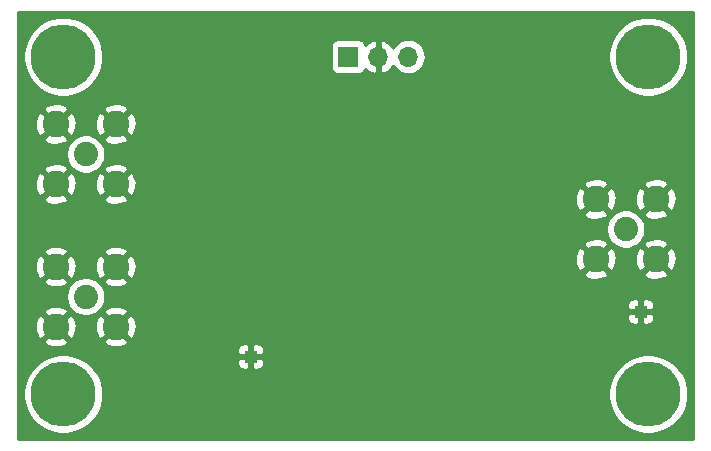
<source format=gbr>
G04 #@! TF.GenerationSoftware,KiCad,Pcbnew,(5.1.2)-2*
G04 #@! TF.CreationDate,2019-07-06T17:29:07+08:00*
G04 #@! TF.ProjectId,eval-board-ADA4817-1,6576616c-2d62-46f6-9172-642d41444134,rev?*
G04 #@! TF.SameCoordinates,Original*
G04 #@! TF.FileFunction,Copper,L2,Bot*
G04 #@! TF.FilePolarity,Positive*
%FSLAX46Y46*%
G04 Gerber Fmt 4.6, Leading zero omitted, Abs format (unit mm)*
G04 Created by KiCad (PCBNEW (5.1.2)-2) date 2019-07-06 17:29:07*
%MOMM*%
%LPD*%
G04 APERTURE LIST*
%ADD10R,1.000000X1.000000*%
%ADD11C,5.500000*%
%ADD12C,2.050000*%
%ADD13C,2.250000*%
%ADD14R,1.700000X1.700000*%
%ADD15O,1.700000X1.700000*%
%ADD16C,0.800000*%
%ADD17C,0.254000*%
G04 APERTURE END LIST*
D10*
X156210000Y-125095000D03*
X123190000Y-128905000D03*
D11*
X107315000Y-132080000D03*
X156845000Y-132080000D03*
X156845000Y-103505000D03*
X107315000Y-103505000D03*
D12*
X109220000Y-111760000D03*
D13*
X111760000Y-114300000D03*
X111760000Y-109220000D03*
X106680000Y-109220000D03*
X106680000Y-114300000D03*
D12*
X109220000Y-123825000D03*
D13*
X111760000Y-126365000D03*
X111760000Y-121285000D03*
X106680000Y-121285000D03*
X106680000Y-126365000D03*
D14*
X131445000Y-103505000D03*
D15*
X133985000Y-103505000D03*
X136525000Y-103505000D03*
D13*
X152400000Y-120650000D03*
X152400000Y-115570000D03*
X157480000Y-115570000D03*
X157480000Y-120650000D03*
D12*
X154940000Y-118110000D03*
D16*
X130175000Y-106045000D03*
X130175000Y-107950000D03*
X130175000Y-109220000D03*
X130175000Y-111760000D03*
X130175000Y-113030000D03*
X132715000Y-107315000D03*
X132715000Y-109220000D03*
X132715000Y-110490000D03*
X132715000Y-111760000D03*
X132715000Y-113665000D03*
X130175000Y-110490000D03*
X113665000Y-113665000D03*
X114935000Y-114935000D03*
X115570000Y-116205000D03*
X116840000Y-116840000D03*
X113665000Y-109855000D03*
X114935000Y-109855000D03*
X115570000Y-111125000D03*
X116840000Y-112395000D03*
X118110000Y-113665000D03*
X113665000Y-122555000D03*
X114935000Y-122555000D03*
X116205000Y-122555000D03*
X117475000Y-122555000D03*
X113665000Y-125095000D03*
X114935000Y-125095000D03*
X116205000Y-125095000D03*
X117475000Y-125095000D03*
X119380000Y-124460000D03*
X120650000Y-123825000D03*
X118745000Y-121285000D03*
X119380000Y-120650000D03*
X113665000Y-127635000D03*
X114935000Y-127635000D03*
X116205000Y-127635000D03*
X144780000Y-120650000D03*
X146050000Y-120650000D03*
X147320000Y-120650000D03*
X148590000Y-120650000D03*
X149860000Y-120650000D03*
X150177500Y-117792500D03*
X148742500Y-117957500D03*
X147472500Y-117957500D03*
X146202500Y-117957500D03*
X143510000Y-109220000D03*
X143510000Y-110490000D03*
X143510000Y-111760000D03*
X143933750Y-113453750D03*
X140970000Y-113030000D03*
X140970000Y-111760000D03*
X140970000Y-110490000D03*
X133985000Y-114935000D03*
X135255000Y-114300000D03*
X135890000Y-113665000D03*
X127635000Y-114935000D03*
X128905000Y-114935000D03*
X130175000Y-114935000D03*
X117475000Y-118745000D03*
X118745000Y-118745000D03*
X119938750Y-118821250D03*
X130810000Y-121285000D03*
X132080000Y-121285000D03*
X133350000Y-121285000D03*
X130175000Y-122555000D03*
X131445000Y-122555000D03*
X133350000Y-122555000D03*
X129540000Y-123825000D03*
X130810000Y-123825000D03*
X132080000Y-123825000D03*
X130175000Y-125730000D03*
X131445000Y-125730000D03*
X133350000Y-125730000D03*
X139065000Y-116205000D03*
X140335000Y-116205000D03*
X141605000Y-116205000D03*
X143135001Y-116579999D03*
X120015000Y-114300000D03*
X121285000Y-114300000D03*
X122555000Y-114300000D03*
X123825000Y-114300000D03*
X125730000Y-114300000D03*
X127000000Y-114300000D03*
X109220000Y-128270000D03*
X111125000Y-129540000D03*
X112395000Y-130175000D03*
X113665000Y-130175000D03*
X114935000Y-130175000D03*
X116205000Y-130175000D03*
X105410000Y-116840000D03*
X107315000Y-116840000D03*
X109220000Y-116840000D03*
X110490000Y-116840000D03*
X111760000Y-116840000D03*
X105410000Y-119380000D03*
X107315000Y-119380000D03*
X108585000Y-119380000D03*
X109855000Y-119380000D03*
X111125000Y-119380000D03*
X112395000Y-119380000D03*
X121920000Y-122555000D03*
X123190000Y-122555000D03*
X125095000Y-122555000D03*
D17*
G36*
X160630000Y-135865000D02*
G01*
X103530000Y-135865000D01*
X103530000Y-131746607D01*
X103930000Y-131746607D01*
X103930000Y-132413393D01*
X104060083Y-133067368D01*
X104315252Y-133683399D01*
X104685698Y-134237812D01*
X105157188Y-134709302D01*
X105711601Y-135079748D01*
X106327632Y-135334917D01*
X106981607Y-135465000D01*
X107648393Y-135465000D01*
X108302368Y-135334917D01*
X108918399Y-135079748D01*
X109472812Y-134709302D01*
X109944302Y-134237812D01*
X110314748Y-133683399D01*
X110569917Y-133067368D01*
X110700000Y-132413393D01*
X110700000Y-131746607D01*
X153460000Y-131746607D01*
X153460000Y-132413393D01*
X153590083Y-133067368D01*
X153845252Y-133683399D01*
X154215698Y-134237812D01*
X154687188Y-134709302D01*
X155241601Y-135079748D01*
X155857632Y-135334917D01*
X156511607Y-135465000D01*
X157178393Y-135465000D01*
X157832368Y-135334917D01*
X158448399Y-135079748D01*
X159002812Y-134709302D01*
X159474302Y-134237812D01*
X159844748Y-133683399D01*
X160099917Y-133067368D01*
X160230000Y-132413393D01*
X160230000Y-131746607D01*
X160099917Y-131092632D01*
X159844748Y-130476601D01*
X159474302Y-129922188D01*
X159002812Y-129450698D01*
X158448399Y-129080252D01*
X157832368Y-128825083D01*
X157178393Y-128695000D01*
X156511607Y-128695000D01*
X155857632Y-128825083D01*
X155241601Y-129080252D01*
X154687188Y-129450698D01*
X154215698Y-129922188D01*
X153845252Y-130476601D01*
X153590083Y-131092632D01*
X153460000Y-131746607D01*
X110700000Y-131746607D01*
X110569917Y-131092632D01*
X110314748Y-130476601D01*
X109944302Y-129922188D01*
X109472812Y-129450698D01*
X109404420Y-129405000D01*
X122051928Y-129405000D01*
X122064188Y-129529482D01*
X122100498Y-129649180D01*
X122159463Y-129759494D01*
X122238815Y-129856185D01*
X122335506Y-129935537D01*
X122445820Y-129994502D01*
X122565518Y-130030812D01*
X122690000Y-130043072D01*
X122904250Y-130040000D01*
X123063000Y-129881250D01*
X123063000Y-129032000D01*
X123317000Y-129032000D01*
X123317000Y-129881250D01*
X123475750Y-130040000D01*
X123690000Y-130043072D01*
X123814482Y-130030812D01*
X123934180Y-129994502D01*
X124044494Y-129935537D01*
X124141185Y-129856185D01*
X124220537Y-129759494D01*
X124279502Y-129649180D01*
X124315812Y-129529482D01*
X124328072Y-129405000D01*
X124325000Y-129190750D01*
X124166250Y-129032000D01*
X123317000Y-129032000D01*
X123063000Y-129032000D01*
X122213750Y-129032000D01*
X122055000Y-129190750D01*
X122051928Y-129405000D01*
X109404420Y-129405000D01*
X108918399Y-129080252D01*
X108302368Y-128825083D01*
X107648393Y-128695000D01*
X106981607Y-128695000D01*
X106327632Y-128825083D01*
X105711601Y-129080252D01*
X105157188Y-129450698D01*
X104685698Y-129922188D01*
X104315252Y-130476601D01*
X104060083Y-131092632D01*
X103930000Y-131746607D01*
X103530000Y-131746607D01*
X103530000Y-128405000D01*
X122051928Y-128405000D01*
X122055000Y-128619250D01*
X122213750Y-128778000D01*
X123063000Y-128778000D01*
X123063000Y-127928750D01*
X123317000Y-127928750D01*
X123317000Y-128778000D01*
X124166250Y-128778000D01*
X124325000Y-128619250D01*
X124328072Y-128405000D01*
X124315812Y-128280518D01*
X124279502Y-128160820D01*
X124220537Y-128050506D01*
X124141185Y-127953815D01*
X124044494Y-127874463D01*
X123934180Y-127815498D01*
X123814482Y-127779188D01*
X123690000Y-127766928D01*
X123475750Y-127770000D01*
X123317000Y-127928750D01*
X123063000Y-127928750D01*
X122904250Y-127770000D01*
X122690000Y-127766928D01*
X122565518Y-127779188D01*
X122445820Y-127815498D01*
X122335506Y-127874463D01*
X122238815Y-127953815D01*
X122159463Y-128050506D01*
X122100498Y-128160820D01*
X122064188Y-128280518D01*
X122051928Y-128405000D01*
X103530000Y-128405000D01*
X103530000Y-127589531D01*
X105635074Y-127589531D01*
X105745921Y-127866714D01*
X106056840Y-128020089D01*
X106391705Y-128109860D01*
X106737650Y-128132576D01*
X107081380Y-128087366D01*
X107409685Y-127975966D01*
X107614079Y-127866714D01*
X107724926Y-127589531D01*
X110715074Y-127589531D01*
X110825921Y-127866714D01*
X111136840Y-128020089D01*
X111471705Y-128109860D01*
X111817650Y-128132576D01*
X112161380Y-128087366D01*
X112489685Y-127975966D01*
X112694079Y-127866714D01*
X112804926Y-127589531D01*
X111760000Y-126544605D01*
X110715074Y-127589531D01*
X107724926Y-127589531D01*
X106680000Y-126544605D01*
X105635074Y-127589531D01*
X103530000Y-127589531D01*
X103530000Y-126422650D01*
X104912424Y-126422650D01*
X104957634Y-126766380D01*
X105069034Y-127094685D01*
X105178286Y-127299079D01*
X105455469Y-127409926D01*
X106500395Y-126365000D01*
X106859605Y-126365000D01*
X107904531Y-127409926D01*
X108181714Y-127299079D01*
X108335089Y-126988160D01*
X108424860Y-126653295D01*
X108440004Y-126422650D01*
X109992424Y-126422650D01*
X110037634Y-126766380D01*
X110149034Y-127094685D01*
X110258286Y-127299079D01*
X110535469Y-127409926D01*
X111580395Y-126365000D01*
X111939605Y-126365000D01*
X112984531Y-127409926D01*
X113261714Y-127299079D01*
X113415089Y-126988160D01*
X113504860Y-126653295D01*
X113527576Y-126307350D01*
X113482366Y-125963620D01*
X113370966Y-125635315D01*
X113349417Y-125595000D01*
X155071928Y-125595000D01*
X155084188Y-125719482D01*
X155120498Y-125839180D01*
X155179463Y-125949494D01*
X155258815Y-126046185D01*
X155355506Y-126125537D01*
X155465820Y-126184502D01*
X155585518Y-126220812D01*
X155710000Y-126233072D01*
X155924250Y-126230000D01*
X156083000Y-126071250D01*
X156083000Y-125222000D01*
X156337000Y-125222000D01*
X156337000Y-126071250D01*
X156495750Y-126230000D01*
X156710000Y-126233072D01*
X156834482Y-126220812D01*
X156954180Y-126184502D01*
X157064494Y-126125537D01*
X157161185Y-126046185D01*
X157240537Y-125949494D01*
X157299502Y-125839180D01*
X157335812Y-125719482D01*
X157348072Y-125595000D01*
X157345000Y-125380750D01*
X157186250Y-125222000D01*
X156337000Y-125222000D01*
X156083000Y-125222000D01*
X155233750Y-125222000D01*
X155075000Y-125380750D01*
X155071928Y-125595000D01*
X113349417Y-125595000D01*
X113261714Y-125430921D01*
X112984531Y-125320074D01*
X111939605Y-126365000D01*
X111580395Y-126365000D01*
X110535469Y-125320074D01*
X110258286Y-125430921D01*
X110104911Y-125741840D01*
X110015140Y-126076705D01*
X109992424Y-126422650D01*
X108440004Y-126422650D01*
X108447576Y-126307350D01*
X108402366Y-125963620D01*
X108290966Y-125635315D01*
X108181714Y-125430921D01*
X107904531Y-125320074D01*
X106859605Y-126365000D01*
X106500395Y-126365000D01*
X105455469Y-125320074D01*
X105178286Y-125430921D01*
X105024911Y-125741840D01*
X104935140Y-126076705D01*
X104912424Y-126422650D01*
X103530000Y-126422650D01*
X103530000Y-125140469D01*
X105635074Y-125140469D01*
X106680000Y-126185395D01*
X107724926Y-125140469D01*
X107614079Y-124863286D01*
X107303160Y-124709911D01*
X106968295Y-124620140D01*
X106622350Y-124597424D01*
X106278620Y-124642634D01*
X105950315Y-124754034D01*
X105745921Y-124863286D01*
X105635074Y-125140469D01*
X103530000Y-125140469D01*
X103530000Y-123661504D01*
X107560000Y-123661504D01*
X107560000Y-123988496D01*
X107623793Y-124309204D01*
X107748927Y-124611305D01*
X107930594Y-124883188D01*
X108161812Y-125114406D01*
X108433695Y-125296073D01*
X108735796Y-125421207D01*
X109056504Y-125485000D01*
X109383496Y-125485000D01*
X109704204Y-125421207D01*
X110006305Y-125296073D01*
X110239182Y-125140469D01*
X110715074Y-125140469D01*
X111760000Y-126185395D01*
X112804926Y-125140469D01*
X112694079Y-124863286D01*
X112383160Y-124709911D01*
X112048295Y-124620140D01*
X111702350Y-124597424D01*
X111358620Y-124642634D01*
X111030315Y-124754034D01*
X110825921Y-124863286D01*
X110715074Y-125140469D01*
X110239182Y-125140469D01*
X110278188Y-125114406D01*
X110509406Y-124883188D01*
X110691073Y-124611305D01*
X110697826Y-124595000D01*
X155071928Y-124595000D01*
X155075000Y-124809250D01*
X155233750Y-124968000D01*
X156083000Y-124968000D01*
X156083000Y-124118750D01*
X156337000Y-124118750D01*
X156337000Y-124968000D01*
X157186250Y-124968000D01*
X157345000Y-124809250D01*
X157348072Y-124595000D01*
X157335812Y-124470518D01*
X157299502Y-124350820D01*
X157240537Y-124240506D01*
X157161185Y-124143815D01*
X157064494Y-124064463D01*
X156954180Y-124005498D01*
X156834482Y-123969188D01*
X156710000Y-123956928D01*
X156495750Y-123960000D01*
X156337000Y-124118750D01*
X156083000Y-124118750D01*
X155924250Y-123960000D01*
X155710000Y-123956928D01*
X155585518Y-123969188D01*
X155465820Y-124005498D01*
X155355506Y-124064463D01*
X155258815Y-124143815D01*
X155179463Y-124240506D01*
X155120498Y-124350820D01*
X155084188Y-124470518D01*
X155071928Y-124595000D01*
X110697826Y-124595000D01*
X110816207Y-124309204D01*
X110880000Y-123988496D01*
X110880000Y-123661504D01*
X110816207Y-123340796D01*
X110691073Y-123038695D01*
X110509406Y-122766812D01*
X110278188Y-122535594D01*
X110239183Y-122509531D01*
X110715074Y-122509531D01*
X110825921Y-122786714D01*
X111136840Y-122940089D01*
X111471705Y-123029860D01*
X111817650Y-123052576D01*
X112161380Y-123007366D01*
X112489685Y-122895966D01*
X112694079Y-122786714D01*
X112804926Y-122509531D01*
X111760000Y-121464605D01*
X110715074Y-122509531D01*
X110239183Y-122509531D01*
X110006305Y-122353927D01*
X109704204Y-122228793D01*
X109383496Y-122165000D01*
X109056504Y-122165000D01*
X108735796Y-122228793D01*
X108433695Y-122353927D01*
X108161812Y-122535594D01*
X107930594Y-122766812D01*
X107748927Y-123038695D01*
X107623793Y-123340796D01*
X107560000Y-123661504D01*
X103530000Y-123661504D01*
X103530000Y-122509531D01*
X105635074Y-122509531D01*
X105745921Y-122786714D01*
X106056840Y-122940089D01*
X106391705Y-123029860D01*
X106737650Y-123052576D01*
X107081380Y-123007366D01*
X107409685Y-122895966D01*
X107614079Y-122786714D01*
X107724926Y-122509531D01*
X106680000Y-121464605D01*
X105635074Y-122509531D01*
X103530000Y-122509531D01*
X103530000Y-121342650D01*
X104912424Y-121342650D01*
X104957634Y-121686380D01*
X105069034Y-122014685D01*
X105178286Y-122219079D01*
X105455469Y-122329926D01*
X106500395Y-121285000D01*
X106859605Y-121285000D01*
X107904531Y-122329926D01*
X108181714Y-122219079D01*
X108335089Y-121908160D01*
X108424860Y-121573295D01*
X108440004Y-121342650D01*
X109992424Y-121342650D01*
X110037634Y-121686380D01*
X110149034Y-122014685D01*
X110258286Y-122219079D01*
X110535469Y-122329926D01*
X111580395Y-121285000D01*
X111939605Y-121285000D01*
X112984531Y-122329926D01*
X113261714Y-122219079D01*
X113415089Y-121908160D01*
X113424104Y-121874531D01*
X151355074Y-121874531D01*
X151465921Y-122151714D01*
X151776840Y-122305089D01*
X152111705Y-122394860D01*
X152457650Y-122417576D01*
X152801380Y-122372366D01*
X153129685Y-122260966D01*
X153334079Y-122151714D01*
X153444926Y-121874531D01*
X156435074Y-121874531D01*
X156545921Y-122151714D01*
X156856840Y-122305089D01*
X157191705Y-122394860D01*
X157537650Y-122417576D01*
X157881380Y-122372366D01*
X158209685Y-122260966D01*
X158414079Y-122151714D01*
X158524926Y-121874531D01*
X157480000Y-120829605D01*
X156435074Y-121874531D01*
X153444926Y-121874531D01*
X152400000Y-120829605D01*
X151355074Y-121874531D01*
X113424104Y-121874531D01*
X113504860Y-121573295D01*
X113527576Y-121227350D01*
X113482366Y-120883620D01*
X113422657Y-120707650D01*
X150632424Y-120707650D01*
X150677634Y-121051380D01*
X150789034Y-121379685D01*
X150898286Y-121584079D01*
X151175469Y-121694926D01*
X152220395Y-120650000D01*
X152579605Y-120650000D01*
X153624531Y-121694926D01*
X153901714Y-121584079D01*
X154055089Y-121273160D01*
X154144860Y-120938295D01*
X154160004Y-120707650D01*
X155712424Y-120707650D01*
X155757634Y-121051380D01*
X155869034Y-121379685D01*
X155978286Y-121584079D01*
X156255469Y-121694926D01*
X157300395Y-120650000D01*
X157659605Y-120650000D01*
X158704531Y-121694926D01*
X158981714Y-121584079D01*
X159135089Y-121273160D01*
X159224860Y-120938295D01*
X159247576Y-120592350D01*
X159202366Y-120248620D01*
X159090966Y-119920315D01*
X158981714Y-119715921D01*
X158704531Y-119605074D01*
X157659605Y-120650000D01*
X157300395Y-120650000D01*
X156255469Y-119605074D01*
X155978286Y-119715921D01*
X155824911Y-120026840D01*
X155735140Y-120361705D01*
X155712424Y-120707650D01*
X154160004Y-120707650D01*
X154167576Y-120592350D01*
X154122366Y-120248620D01*
X154010966Y-119920315D01*
X153901714Y-119715921D01*
X153624531Y-119605074D01*
X152579605Y-120650000D01*
X152220395Y-120650000D01*
X151175469Y-119605074D01*
X150898286Y-119715921D01*
X150744911Y-120026840D01*
X150655140Y-120361705D01*
X150632424Y-120707650D01*
X113422657Y-120707650D01*
X113370966Y-120555315D01*
X113261714Y-120350921D01*
X112984531Y-120240074D01*
X111939605Y-121285000D01*
X111580395Y-121285000D01*
X110535469Y-120240074D01*
X110258286Y-120350921D01*
X110104911Y-120661840D01*
X110015140Y-120996705D01*
X109992424Y-121342650D01*
X108440004Y-121342650D01*
X108447576Y-121227350D01*
X108402366Y-120883620D01*
X108290966Y-120555315D01*
X108181714Y-120350921D01*
X107904531Y-120240074D01*
X106859605Y-121285000D01*
X106500395Y-121285000D01*
X105455469Y-120240074D01*
X105178286Y-120350921D01*
X105024911Y-120661840D01*
X104935140Y-120996705D01*
X104912424Y-121342650D01*
X103530000Y-121342650D01*
X103530000Y-120060469D01*
X105635074Y-120060469D01*
X106680000Y-121105395D01*
X107724926Y-120060469D01*
X110715074Y-120060469D01*
X111760000Y-121105395D01*
X112804926Y-120060469D01*
X112694079Y-119783286D01*
X112383160Y-119629911D01*
X112048295Y-119540140D01*
X111702350Y-119517424D01*
X111358620Y-119562634D01*
X111030315Y-119674034D01*
X110825921Y-119783286D01*
X110715074Y-120060469D01*
X107724926Y-120060469D01*
X107614079Y-119783286D01*
X107303160Y-119629911D01*
X106968295Y-119540140D01*
X106622350Y-119517424D01*
X106278620Y-119562634D01*
X105950315Y-119674034D01*
X105745921Y-119783286D01*
X105635074Y-120060469D01*
X103530000Y-120060469D01*
X103530000Y-119425469D01*
X151355074Y-119425469D01*
X152400000Y-120470395D01*
X153444926Y-119425469D01*
X153334079Y-119148286D01*
X153023160Y-118994911D01*
X152688295Y-118905140D01*
X152342350Y-118882424D01*
X151998620Y-118927634D01*
X151670315Y-119039034D01*
X151465921Y-119148286D01*
X151355074Y-119425469D01*
X103530000Y-119425469D01*
X103530000Y-117946504D01*
X153280000Y-117946504D01*
X153280000Y-118273496D01*
X153343793Y-118594204D01*
X153468927Y-118896305D01*
X153650594Y-119168188D01*
X153881812Y-119399406D01*
X154153695Y-119581073D01*
X154455796Y-119706207D01*
X154776504Y-119770000D01*
X155103496Y-119770000D01*
X155424204Y-119706207D01*
X155726305Y-119581073D01*
X155959182Y-119425469D01*
X156435074Y-119425469D01*
X157480000Y-120470395D01*
X158524926Y-119425469D01*
X158414079Y-119148286D01*
X158103160Y-118994911D01*
X157768295Y-118905140D01*
X157422350Y-118882424D01*
X157078620Y-118927634D01*
X156750315Y-119039034D01*
X156545921Y-119148286D01*
X156435074Y-119425469D01*
X155959182Y-119425469D01*
X155998188Y-119399406D01*
X156229406Y-119168188D01*
X156411073Y-118896305D01*
X156536207Y-118594204D01*
X156600000Y-118273496D01*
X156600000Y-117946504D01*
X156536207Y-117625796D01*
X156411073Y-117323695D01*
X156229406Y-117051812D01*
X155998188Y-116820594D01*
X155959183Y-116794531D01*
X156435074Y-116794531D01*
X156545921Y-117071714D01*
X156856840Y-117225089D01*
X157191705Y-117314860D01*
X157537650Y-117337576D01*
X157881380Y-117292366D01*
X158209685Y-117180966D01*
X158414079Y-117071714D01*
X158524926Y-116794531D01*
X157480000Y-115749605D01*
X156435074Y-116794531D01*
X155959183Y-116794531D01*
X155726305Y-116638927D01*
X155424204Y-116513793D01*
X155103496Y-116450000D01*
X154776504Y-116450000D01*
X154455796Y-116513793D01*
X154153695Y-116638927D01*
X153881812Y-116820594D01*
X153650594Y-117051812D01*
X153468927Y-117323695D01*
X153343793Y-117625796D01*
X153280000Y-117946504D01*
X103530000Y-117946504D01*
X103530000Y-116794531D01*
X151355074Y-116794531D01*
X151465921Y-117071714D01*
X151776840Y-117225089D01*
X152111705Y-117314860D01*
X152457650Y-117337576D01*
X152801380Y-117292366D01*
X153129685Y-117180966D01*
X153334079Y-117071714D01*
X153444926Y-116794531D01*
X152400000Y-115749605D01*
X151355074Y-116794531D01*
X103530000Y-116794531D01*
X103530000Y-115524531D01*
X105635074Y-115524531D01*
X105745921Y-115801714D01*
X106056840Y-115955089D01*
X106391705Y-116044860D01*
X106737650Y-116067576D01*
X107081380Y-116022366D01*
X107409685Y-115910966D01*
X107614079Y-115801714D01*
X107724926Y-115524531D01*
X110715074Y-115524531D01*
X110825921Y-115801714D01*
X111136840Y-115955089D01*
X111471705Y-116044860D01*
X111817650Y-116067576D01*
X112161380Y-116022366D01*
X112489685Y-115910966D01*
X112694079Y-115801714D01*
X112763688Y-115627650D01*
X150632424Y-115627650D01*
X150677634Y-115971380D01*
X150789034Y-116299685D01*
X150898286Y-116504079D01*
X151175469Y-116614926D01*
X152220395Y-115570000D01*
X152579605Y-115570000D01*
X153624531Y-116614926D01*
X153901714Y-116504079D01*
X154055089Y-116193160D01*
X154144860Y-115858295D01*
X154160004Y-115627650D01*
X155712424Y-115627650D01*
X155757634Y-115971380D01*
X155869034Y-116299685D01*
X155978286Y-116504079D01*
X156255469Y-116614926D01*
X157300395Y-115570000D01*
X157659605Y-115570000D01*
X158704531Y-116614926D01*
X158981714Y-116504079D01*
X159135089Y-116193160D01*
X159224860Y-115858295D01*
X159247576Y-115512350D01*
X159202366Y-115168620D01*
X159090966Y-114840315D01*
X158981714Y-114635921D01*
X158704531Y-114525074D01*
X157659605Y-115570000D01*
X157300395Y-115570000D01*
X156255469Y-114525074D01*
X155978286Y-114635921D01*
X155824911Y-114946840D01*
X155735140Y-115281705D01*
X155712424Y-115627650D01*
X154160004Y-115627650D01*
X154167576Y-115512350D01*
X154122366Y-115168620D01*
X154010966Y-114840315D01*
X153901714Y-114635921D01*
X153624531Y-114525074D01*
X152579605Y-115570000D01*
X152220395Y-115570000D01*
X151175469Y-114525074D01*
X150898286Y-114635921D01*
X150744911Y-114946840D01*
X150655140Y-115281705D01*
X150632424Y-115627650D01*
X112763688Y-115627650D01*
X112804926Y-115524531D01*
X111760000Y-114479605D01*
X110715074Y-115524531D01*
X107724926Y-115524531D01*
X106680000Y-114479605D01*
X105635074Y-115524531D01*
X103530000Y-115524531D01*
X103530000Y-114357650D01*
X104912424Y-114357650D01*
X104957634Y-114701380D01*
X105069034Y-115029685D01*
X105178286Y-115234079D01*
X105455469Y-115344926D01*
X106500395Y-114300000D01*
X106859605Y-114300000D01*
X107904531Y-115344926D01*
X108181714Y-115234079D01*
X108335089Y-114923160D01*
X108424860Y-114588295D01*
X108440004Y-114357650D01*
X109992424Y-114357650D01*
X110037634Y-114701380D01*
X110149034Y-115029685D01*
X110258286Y-115234079D01*
X110535469Y-115344926D01*
X111580395Y-114300000D01*
X111939605Y-114300000D01*
X112984531Y-115344926D01*
X113261714Y-115234079D01*
X113415089Y-114923160D01*
X113504860Y-114588295D01*
X113520804Y-114345469D01*
X151355074Y-114345469D01*
X152400000Y-115390395D01*
X153444926Y-114345469D01*
X156435074Y-114345469D01*
X157480000Y-115390395D01*
X158524926Y-114345469D01*
X158414079Y-114068286D01*
X158103160Y-113914911D01*
X157768295Y-113825140D01*
X157422350Y-113802424D01*
X157078620Y-113847634D01*
X156750315Y-113959034D01*
X156545921Y-114068286D01*
X156435074Y-114345469D01*
X153444926Y-114345469D01*
X153334079Y-114068286D01*
X153023160Y-113914911D01*
X152688295Y-113825140D01*
X152342350Y-113802424D01*
X151998620Y-113847634D01*
X151670315Y-113959034D01*
X151465921Y-114068286D01*
X151355074Y-114345469D01*
X113520804Y-114345469D01*
X113527576Y-114242350D01*
X113482366Y-113898620D01*
X113370966Y-113570315D01*
X113261714Y-113365921D01*
X112984531Y-113255074D01*
X111939605Y-114300000D01*
X111580395Y-114300000D01*
X110535469Y-113255074D01*
X110258286Y-113365921D01*
X110104911Y-113676840D01*
X110015140Y-114011705D01*
X109992424Y-114357650D01*
X108440004Y-114357650D01*
X108447576Y-114242350D01*
X108402366Y-113898620D01*
X108290966Y-113570315D01*
X108181714Y-113365921D01*
X107904531Y-113255074D01*
X106859605Y-114300000D01*
X106500395Y-114300000D01*
X105455469Y-113255074D01*
X105178286Y-113365921D01*
X105024911Y-113676840D01*
X104935140Y-114011705D01*
X104912424Y-114357650D01*
X103530000Y-114357650D01*
X103530000Y-113075469D01*
X105635074Y-113075469D01*
X106680000Y-114120395D01*
X107724926Y-113075469D01*
X107614079Y-112798286D01*
X107303160Y-112644911D01*
X106968295Y-112555140D01*
X106622350Y-112532424D01*
X106278620Y-112577634D01*
X105950315Y-112689034D01*
X105745921Y-112798286D01*
X105635074Y-113075469D01*
X103530000Y-113075469D01*
X103530000Y-111596504D01*
X107560000Y-111596504D01*
X107560000Y-111923496D01*
X107623793Y-112244204D01*
X107748927Y-112546305D01*
X107930594Y-112818188D01*
X108161812Y-113049406D01*
X108433695Y-113231073D01*
X108735796Y-113356207D01*
X109056504Y-113420000D01*
X109383496Y-113420000D01*
X109704204Y-113356207D01*
X110006305Y-113231073D01*
X110239182Y-113075469D01*
X110715074Y-113075469D01*
X111760000Y-114120395D01*
X112804926Y-113075469D01*
X112694079Y-112798286D01*
X112383160Y-112644911D01*
X112048295Y-112555140D01*
X111702350Y-112532424D01*
X111358620Y-112577634D01*
X111030315Y-112689034D01*
X110825921Y-112798286D01*
X110715074Y-113075469D01*
X110239182Y-113075469D01*
X110278188Y-113049406D01*
X110509406Y-112818188D01*
X110691073Y-112546305D01*
X110816207Y-112244204D01*
X110880000Y-111923496D01*
X110880000Y-111596504D01*
X110816207Y-111275796D01*
X110691073Y-110973695D01*
X110509406Y-110701812D01*
X110278188Y-110470594D01*
X110239183Y-110444531D01*
X110715074Y-110444531D01*
X110825921Y-110721714D01*
X111136840Y-110875089D01*
X111471705Y-110964860D01*
X111817650Y-110987576D01*
X112161380Y-110942366D01*
X112489685Y-110830966D01*
X112694079Y-110721714D01*
X112804926Y-110444531D01*
X111760000Y-109399605D01*
X110715074Y-110444531D01*
X110239183Y-110444531D01*
X110006305Y-110288927D01*
X109704204Y-110163793D01*
X109383496Y-110100000D01*
X109056504Y-110100000D01*
X108735796Y-110163793D01*
X108433695Y-110288927D01*
X108161812Y-110470594D01*
X107930594Y-110701812D01*
X107748927Y-110973695D01*
X107623793Y-111275796D01*
X107560000Y-111596504D01*
X103530000Y-111596504D01*
X103530000Y-110444531D01*
X105635074Y-110444531D01*
X105745921Y-110721714D01*
X106056840Y-110875089D01*
X106391705Y-110964860D01*
X106737650Y-110987576D01*
X107081380Y-110942366D01*
X107409685Y-110830966D01*
X107614079Y-110721714D01*
X107724926Y-110444531D01*
X106680000Y-109399605D01*
X105635074Y-110444531D01*
X103530000Y-110444531D01*
X103530000Y-109277650D01*
X104912424Y-109277650D01*
X104957634Y-109621380D01*
X105069034Y-109949685D01*
X105178286Y-110154079D01*
X105455469Y-110264926D01*
X106500395Y-109220000D01*
X106859605Y-109220000D01*
X107904531Y-110264926D01*
X108181714Y-110154079D01*
X108335089Y-109843160D01*
X108424860Y-109508295D01*
X108440004Y-109277650D01*
X109992424Y-109277650D01*
X110037634Y-109621380D01*
X110149034Y-109949685D01*
X110258286Y-110154079D01*
X110535469Y-110264926D01*
X111580395Y-109220000D01*
X111939605Y-109220000D01*
X112984531Y-110264926D01*
X113261714Y-110154079D01*
X113415089Y-109843160D01*
X113504860Y-109508295D01*
X113527576Y-109162350D01*
X113482366Y-108818620D01*
X113370966Y-108490315D01*
X113261714Y-108285921D01*
X112984531Y-108175074D01*
X111939605Y-109220000D01*
X111580395Y-109220000D01*
X110535469Y-108175074D01*
X110258286Y-108285921D01*
X110104911Y-108596840D01*
X110015140Y-108931705D01*
X109992424Y-109277650D01*
X108440004Y-109277650D01*
X108447576Y-109162350D01*
X108402366Y-108818620D01*
X108290966Y-108490315D01*
X108181714Y-108285921D01*
X107904531Y-108175074D01*
X106859605Y-109220000D01*
X106500395Y-109220000D01*
X105455469Y-108175074D01*
X105178286Y-108285921D01*
X105024911Y-108596840D01*
X104935140Y-108931705D01*
X104912424Y-109277650D01*
X103530000Y-109277650D01*
X103530000Y-107995469D01*
X105635074Y-107995469D01*
X106680000Y-109040395D01*
X107724926Y-107995469D01*
X110715074Y-107995469D01*
X111760000Y-109040395D01*
X112804926Y-107995469D01*
X112694079Y-107718286D01*
X112383160Y-107564911D01*
X112048295Y-107475140D01*
X111702350Y-107452424D01*
X111358620Y-107497634D01*
X111030315Y-107609034D01*
X110825921Y-107718286D01*
X110715074Y-107995469D01*
X107724926Y-107995469D01*
X107614079Y-107718286D01*
X107303160Y-107564911D01*
X106968295Y-107475140D01*
X106622350Y-107452424D01*
X106278620Y-107497634D01*
X105950315Y-107609034D01*
X105745921Y-107718286D01*
X105635074Y-107995469D01*
X103530000Y-107995469D01*
X103530000Y-103171607D01*
X103930000Y-103171607D01*
X103930000Y-103838393D01*
X104060083Y-104492368D01*
X104315252Y-105108399D01*
X104685698Y-105662812D01*
X105157188Y-106134302D01*
X105711601Y-106504748D01*
X106327632Y-106759917D01*
X106981607Y-106890000D01*
X107648393Y-106890000D01*
X108302368Y-106759917D01*
X108918399Y-106504748D01*
X109472812Y-106134302D01*
X109944302Y-105662812D01*
X110314748Y-105108399D01*
X110569917Y-104492368D01*
X110700000Y-103838393D01*
X110700000Y-103171607D01*
X110597242Y-102655000D01*
X129956928Y-102655000D01*
X129956928Y-104355000D01*
X129969188Y-104479482D01*
X130005498Y-104599180D01*
X130064463Y-104709494D01*
X130143815Y-104806185D01*
X130240506Y-104885537D01*
X130350820Y-104944502D01*
X130470518Y-104980812D01*
X130595000Y-104993072D01*
X132295000Y-104993072D01*
X132419482Y-104980812D01*
X132539180Y-104944502D01*
X132649494Y-104885537D01*
X132746185Y-104806185D01*
X132825537Y-104709494D01*
X132884502Y-104599180D01*
X132908966Y-104518534D01*
X132984731Y-104602588D01*
X133218080Y-104776641D01*
X133480901Y-104901825D01*
X133628110Y-104946476D01*
X133858000Y-104825155D01*
X133858000Y-103632000D01*
X133838000Y-103632000D01*
X133838000Y-103378000D01*
X133858000Y-103378000D01*
X133858000Y-102184845D01*
X134112000Y-102184845D01*
X134112000Y-103378000D01*
X134132000Y-103378000D01*
X134132000Y-103632000D01*
X134112000Y-103632000D01*
X134112000Y-104825155D01*
X134341890Y-104946476D01*
X134489099Y-104901825D01*
X134751920Y-104776641D01*
X134985269Y-104602588D01*
X135180178Y-104386355D01*
X135249799Y-104269477D01*
X135284294Y-104334014D01*
X135469866Y-104560134D01*
X135695986Y-104745706D01*
X135953966Y-104883599D01*
X136233889Y-104968513D01*
X136452050Y-104990000D01*
X136597950Y-104990000D01*
X136816111Y-104968513D01*
X137096034Y-104883599D01*
X137354014Y-104745706D01*
X137580134Y-104560134D01*
X137765706Y-104334014D01*
X137903599Y-104076034D01*
X137988513Y-103796111D01*
X138017185Y-103505000D01*
X137988513Y-103213889D01*
X137975687Y-103171607D01*
X153460000Y-103171607D01*
X153460000Y-103838393D01*
X153590083Y-104492368D01*
X153845252Y-105108399D01*
X154215698Y-105662812D01*
X154687188Y-106134302D01*
X155241601Y-106504748D01*
X155857632Y-106759917D01*
X156511607Y-106890000D01*
X157178393Y-106890000D01*
X157832368Y-106759917D01*
X158448399Y-106504748D01*
X159002812Y-106134302D01*
X159474302Y-105662812D01*
X159844748Y-105108399D01*
X160099917Y-104492368D01*
X160230000Y-103838393D01*
X160230000Y-103171607D01*
X160099917Y-102517632D01*
X159844748Y-101901601D01*
X159474302Y-101347188D01*
X159002812Y-100875698D01*
X158448399Y-100505252D01*
X157832368Y-100250083D01*
X157178393Y-100120000D01*
X156511607Y-100120000D01*
X155857632Y-100250083D01*
X155241601Y-100505252D01*
X154687188Y-100875698D01*
X154215698Y-101347188D01*
X153845252Y-101901601D01*
X153590083Y-102517632D01*
X153460000Y-103171607D01*
X137975687Y-103171607D01*
X137903599Y-102933966D01*
X137765706Y-102675986D01*
X137580134Y-102449866D01*
X137354014Y-102264294D01*
X137096034Y-102126401D01*
X136816111Y-102041487D01*
X136597950Y-102020000D01*
X136452050Y-102020000D01*
X136233889Y-102041487D01*
X135953966Y-102126401D01*
X135695986Y-102264294D01*
X135469866Y-102449866D01*
X135284294Y-102675986D01*
X135249799Y-102740523D01*
X135180178Y-102623645D01*
X134985269Y-102407412D01*
X134751920Y-102233359D01*
X134489099Y-102108175D01*
X134341890Y-102063524D01*
X134112000Y-102184845D01*
X133858000Y-102184845D01*
X133628110Y-102063524D01*
X133480901Y-102108175D01*
X133218080Y-102233359D01*
X132984731Y-102407412D01*
X132908966Y-102491466D01*
X132884502Y-102410820D01*
X132825537Y-102300506D01*
X132746185Y-102203815D01*
X132649494Y-102124463D01*
X132539180Y-102065498D01*
X132419482Y-102029188D01*
X132295000Y-102016928D01*
X130595000Y-102016928D01*
X130470518Y-102029188D01*
X130350820Y-102065498D01*
X130240506Y-102124463D01*
X130143815Y-102203815D01*
X130064463Y-102300506D01*
X130005498Y-102410820D01*
X129969188Y-102530518D01*
X129956928Y-102655000D01*
X110597242Y-102655000D01*
X110569917Y-102517632D01*
X110314748Y-101901601D01*
X109944302Y-101347188D01*
X109472812Y-100875698D01*
X108918399Y-100505252D01*
X108302368Y-100250083D01*
X107648393Y-100120000D01*
X106981607Y-100120000D01*
X106327632Y-100250083D01*
X105711601Y-100505252D01*
X105157188Y-100875698D01*
X104685698Y-101347188D01*
X104315252Y-101901601D01*
X104060083Y-102517632D01*
X103930000Y-103171607D01*
X103530000Y-103171607D01*
X103530000Y-99720000D01*
X160630001Y-99720000D01*
X160630000Y-135865000D01*
X160630000Y-135865000D01*
G37*
X160630000Y-135865000D02*
X103530000Y-135865000D01*
X103530000Y-131746607D01*
X103930000Y-131746607D01*
X103930000Y-132413393D01*
X104060083Y-133067368D01*
X104315252Y-133683399D01*
X104685698Y-134237812D01*
X105157188Y-134709302D01*
X105711601Y-135079748D01*
X106327632Y-135334917D01*
X106981607Y-135465000D01*
X107648393Y-135465000D01*
X108302368Y-135334917D01*
X108918399Y-135079748D01*
X109472812Y-134709302D01*
X109944302Y-134237812D01*
X110314748Y-133683399D01*
X110569917Y-133067368D01*
X110700000Y-132413393D01*
X110700000Y-131746607D01*
X153460000Y-131746607D01*
X153460000Y-132413393D01*
X153590083Y-133067368D01*
X153845252Y-133683399D01*
X154215698Y-134237812D01*
X154687188Y-134709302D01*
X155241601Y-135079748D01*
X155857632Y-135334917D01*
X156511607Y-135465000D01*
X157178393Y-135465000D01*
X157832368Y-135334917D01*
X158448399Y-135079748D01*
X159002812Y-134709302D01*
X159474302Y-134237812D01*
X159844748Y-133683399D01*
X160099917Y-133067368D01*
X160230000Y-132413393D01*
X160230000Y-131746607D01*
X160099917Y-131092632D01*
X159844748Y-130476601D01*
X159474302Y-129922188D01*
X159002812Y-129450698D01*
X158448399Y-129080252D01*
X157832368Y-128825083D01*
X157178393Y-128695000D01*
X156511607Y-128695000D01*
X155857632Y-128825083D01*
X155241601Y-129080252D01*
X154687188Y-129450698D01*
X154215698Y-129922188D01*
X153845252Y-130476601D01*
X153590083Y-131092632D01*
X153460000Y-131746607D01*
X110700000Y-131746607D01*
X110569917Y-131092632D01*
X110314748Y-130476601D01*
X109944302Y-129922188D01*
X109472812Y-129450698D01*
X109404420Y-129405000D01*
X122051928Y-129405000D01*
X122064188Y-129529482D01*
X122100498Y-129649180D01*
X122159463Y-129759494D01*
X122238815Y-129856185D01*
X122335506Y-129935537D01*
X122445820Y-129994502D01*
X122565518Y-130030812D01*
X122690000Y-130043072D01*
X122904250Y-130040000D01*
X123063000Y-129881250D01*
X123063000Y-129032000D01*
X123317000Y-129032000D01*
X123317000Y-129881250D01*
X123475750Y-130040000D01*
X123690000Y-130043072D01*
X123814482Y-130030812D01*
X123934180Y-129994502D01*
X124044494Y-129935537D01*
X124141185Y-129856185D01*
X124220537Y-129759494D01*
X124279502Y-129649180D01*
X124315812Y-129529482D01*
X124328072Y-129405000D01*
X124325000Y-129190750D01*
X124166250Y-129032000D01*
X123317000Y-129032000D01*
X123063000Y-129032000D01*
X122213750Y-129032000D01*
X122055000Y-129190750D01*
X122051928Y-129405000D01*
X109404420Y-129405000D01*
X108918399Y-129080252D01*
X108302368Y-128825083D01*
X107648393Y-128695000D01*
X106981607Y-128695000D01*
X106327632Y-128825083D01*
X105711601Y-129080252D01*
X105157188Y-129450698D01*
X104685698Y-129922188D01*
X104315252Y-130476601D01*
X104060083Y-131092632D01*
X103930000Y-131746607D01*
X103530000Y-131746607D01*
X103530000Y-128405000D01*
X122051928Y-128405000D01*
X122055000Y-128619250D01*
X122213750Y-128778000D01*
X123063000Y-128778000D01*
X123063000Y-127928750D01*
X123317000Y-127928750D01*
X123317000Y-128778000D01*
X124166250Y-128778000D01*
X124325000Y-128619250D01*
X124328072Y-128405000D01*
X124315812Y-128280518D01*
X124279502Y-128160820D01*
X124220537Y-128050506D01*
X124141185Y-127953815D01*
X124044494Y-127874463D01*
X123934180Y-127815498D01*
X123814482Y-127779188D01*
X123690000Y-127766928D01*
X123475750Y-127770000D01*
X123317000Y-127928750D01*
X123063000Y-127928750D01*
X122904250Y-127770000D01*
X122690000Y-127766928D01*
X122565518Y-127779188D01*
X122445820Y-127815498D01*
X122335506Y-127874463D01*
X122238815Y-127953815D01*
X122159463Y-128050506D01*
X122100498Y-128160820D01*
X122064188Y-128280518D01*
X122051928Y-128405000D01*
X103530000Y-128405000D01*
X103530000Y-127589531D01*
X105635074Y-127589531D01*
X105745921Y-127866714D01*
X106056840Y-128020089D01*
X106391705Y-128109860D01*
X106737650Y-128132576D01*
X107081380Y-128087366D01*
X107409685Y-127975966D01*
X107614079Y-127866714D01*
X107724926Y-127589531D01*
X110715074Y-127589531D01*
X110825921Y-127866714D01*
X111136840Y-128020089D01*
X111471705Y-128109860D01*
X111817650Y-128132576D01*
X112161380Y-128087366D01*
X112489685Y-127975966D01*
X112694079Y-127866714D01*
X112804926Y-127589531D01*
X111760000Y-126544605D01*
X110715074Y-127589531D01*
X107724926Y-127589531D01*
X106680000Y-126544605D01*
X105635074Y-127589531D01*
X103530000Y-127589531D01*
X103530000Y-126422650D01*
X104912424Y-126422650D01*
X104957634Y-126766380D01*
X105069034Y-127094685D01*
X105178286Y-127299079D01*
X105455469Y-127409926D01*
X106500395Y-126365000D01*
X106859605Y-126365000D01*
X107904531Y-127409926D01*
X108181714Y-127299079D01*
X108335089Y-126988160D01*
X108424860Y-126653295D01*
X108440004Y-126422650D01*
X109992424Y-126422650D01*
X110037634Y-126766380D01*
X110149034Y-127094685D01*
X110258286Y-127299079D01*
X110535469Y-127409926D01*
X111580395Y-126365000D01*
X111939605Y-126365000D01*
X112984531Y-127409926D01*
X113261714Y-127299079D01*
X113415089Y-126988160D01*
X113504860Y-126653295D01*
X113527576Y-126307350D01*
X113482366Y-125963620D01*
X113370966Y-125635315D01*
X113349417Y-125595000D01*
X155071928Y-125595000D01*
X155084188Y-125719482D01*
X155120498Y-125839180D01*
X155179463Y-125949494D01*
X155258815Y-126046185D01*
X155355506Y-126125537D01*
X155465820Y-126184502D01*
X155585518Y-126220812D01*
X155710000Y-126233072D01*
X155924250Y-126230000D01*
X156083000Y-126071250D01*
X156083000Y-125222000D01*
X156337000Y-125222000D01*
X156337000Y-126071250D01*
X156495750Y-126230000D01*
X156710000Y-126233072D01*
X156834482Y-126220812D01*
X156954180Y-126184502D01*
X157064494Y-126125537D01*
X157161185Y-126046185D01*
X157240537Y-125949494D01*
X157299502Y-125839180D01*
X157335812Y-125719482D01*
X157348072Y-125595000D01*
X157345000Y-125380750D01*
X157186250Y-125222000D01*
X156337000Y-125222000D01*
X156083000Y-125222000D01*
X155233750Y-125222000D01*
X155075000Y-125380750D01*
X155071928Y-125595000D01*
X113349417Y-125595000D01*
X113261714Y-125430921D01*
X112984531Y-125320074D01*
X111939605Y-126365000D01*
X111580395Y-126365000D01*
X110535469Y-125320074D01*
X110258286Y-125430921D01*
X110104911Y-125741840D01*
X110015140Y-126076705D01*
X109992424Y-126422650D01*
X108440004Y-126422650D01*
X108447576Y-126307350D01*
X108402366Y-125963620D01*
X108290966Y-125635315D01*
X108181714Y-125430921D01*
X107904531Y-125320074D01*
X106859605Y-126365000D01*
X106500395Y-126365000D01*
X105455469Y-125320074D01*
X105178286Y-125430921D01*
X105024911Y-125741840D01*
X104935140Y-126076705D01*
X104912424Y-126422650D01*
X103530000Y-126422650D01*
X103530000Y-125140469D01*
X105635074Y-125140469D01*
X106680000Y-126185395D01*
X107724926Y-125140469D01*
X107614079Y-124863286D01*
X107303160Y-124709911D01*
X106968295Y-124620140D01*
X106622350Y-124597424D01*
X106278620Y-124642634D01*
X105950315Y-124754034D01*
X105745921Y-124863286D01*
X105635074Y-125140469D01*
X103530000Y-125140469D01*
X103530000Y-123661504D01*
X107560000Y-123661504D01*
X107560000Y-123988496D01*
X107623793Y-124309204D01*
X107748927Y-124611305D01*
X107930594Y-124883188D01*
X108161812Y-125114406D01*
X108433695Y-125296073D01*
X108735796Y-125421207D01*
X109056504Y-125485000D01*
X109383496Y-125485000D01*
X109704204Y-125421207D01*
X110006305Y-125296073D01*
X110239182Y-125140469D01*
X110715074Y-125140469D01*
X111760000Y-126185395D01*
X112804926Y-125140469D01*
X112694079Y-124863286D01*
X112383160Y-124709911D01*
X112048295Y-124620140D01*
X111702350Y-124597424D01*
X111358620Y-124642634D01*
X111030315Y-124754034D01*
X110825921Y-124863286D01*
X110715074Y-125140469D01*
X110239182Y-125140469D01*
X110278188Y-125114406D01*
X110509406Y-124883188D01*
X110691073Y-124611305D01*
X110697826Y-124595000D01*
X155071928Y-124595000D01*
X155075000Y-124809250D01*
X155233750Y-124968000D01*
X156083000Y-124968000D01*
X156083000Y-124118750D01*
X156337000Y-124118750D01*
X156337000Y-124968000D01*
X157186250Y-124968000D01*
X157345000Y-124809250D01*
X157348072Y-124595000D01*
X157335812Y-124470518D01*
X157299502Y-124350820D01*
X157240537Y-124240506D01*
X157161185Y-124143815D01*
X157064494Y-124064463D01*
X156954180Y-124005498D01*
X156834482Y-123969188D01*
X156710000Y-123956928D01*
X156495750Y-123960000D01*
X156337000Y-124118750D01*
X156083000Y-124118750D01*
X155924250Y-123960000D01*
X155710000Y-123956928D01*
X155585518Y-123969188D01*
X155465820Y-124005498D01*
X155355506Y-124064463D01*
X155258815Y-124143815D01*
X155179463Y-124240506D01*
X155120498Y-124350820D01*
X155084188Y-124470518D01*
X155071928Y-124595000D01*
X110697826Y-124595000D01*
X110816207Y-124309204D01*
X110880000Y-123988496D01*
X110880000Y-123661504D01*
X110816207Y-123340796D01*
X110691073Y-123038695D01*
X110509406Y-122766812D01*
X110278188Y-122535594D01*
X110239183Y-122509531D01*
X110715074Y-122509531D01*
X110825921Y-122786714D01*
X111136840Y-122940089D01*
X111471705Y-123029860D01*
X111817650Y-123052576D01*
X112161380Y-123007366D01*
X112489685Y-122895966D01*
X112694079Y-122786714D01*
X112804926Y-122509531D01*
X111760000Y-121464605D01*
X110715074Y-122509531D01*
X110239183Y-122509531D01*
X110006305Y-122353927D01*
X109704204Y-122228793D01*
X109383496Y-122165000D01*
X109056504Y-122165000D01*
X108735796Y-122228793D01*
X108433695Y-122353927D01*
X108161812Y-122535594D01*
X107930594Y-122766812D01*
X107748927Y-123038695D01*
X107623793Y-123340796D01*
X107560000Y-123661504D01*
X103530000Y-123661504D01*
X103530000Y-122509531D01*
X105635074Y-122509531D01*
X105745921Y-122786714D01*
X106056840Y-122940089D01*
X106391705Y-123029860D01*
X106737650Y-123052576D01*
X107081380Y-123007366D01*
X107409685Y-122895966D01*
X107614079Y-122786714D01*
X107724926Y-122509531D01*
X106680000Y-121464605D01*
X105635074Y-122509531D01*
X103530000Y-122509531D01*
X103530000Y-121342650D01*
X104912424Y-121342650D01*
X104957634Y-121686380D01*
X105069034Y-122014685D01*
X105178286Y-122219079D01*
X105455469Y-122329926D01*
X106500395Y-121285000D01*
X106859605Y-121285000D01*
X107904531Y-122329926D01*
X108181714Y-122219079D01*
X108335089Y-121908160D01*
X108424860Y-121573295D01*
X108440004Y-121342650D01*
X109992424Y-121342650D01*
X110037634Y-121686380D01*
X110149034Y-122014685D01*
X110258286Y-122219079D01*
X110535469Y-122329926D01*
X111580395Y-121285000D01*
X111939605Y-121285000D01*
X112984531Y-122329926D01*
X113261714Y-122219079D01*
X113415089Y-121908160D01*
X113424104Y-121874531D01*
X151355074Y-121874531D01*
X151465921Y-122151714D01*
X151776840Y-122305089D01*
X152111705Y-122394860D01*
X152457650Y-122417576D01*
X152801380Y-122372366D01*
X153129685Y-122260966D01*
X153334079Y-122151714D01*
X153444926Y-121874531D01*
X156435074Y-121874531D01*
X156545921Y-122151714D01*
X156856840Y-122305089D01*
X157191705Y-122394860D01*
X157537650Y-122417576D01*
X157881380Y-122372366D01*
X158209685Y-122260966D01*
X158414079Y-122151714D01*
X158524926Y-121874531D01*
X157480000Y-120829605D01*
X156435074Y-121874531D01*
X153444926Y-121874531D01*
X152400000Y-120829605D01*
X151355074Y-121874531D01*
X113424104Y-121874531D01*
X113504860Y-121573295D01*
X113527576Y-121227350D01*
X113482366Y-120883620D01*
X113422657Y-120707650D01*
X150632424Y-120707650D01*
X150677634Y-121051380D01*
X150789034Y-121379685D01*
X150898286Y-121584079D01*
X151175469Y-121694926D01*
X152220395Y-120650000D01*
X152579605Y-120650000D01*
X153624531Y-121694926D01*
X153901714Y-121584079D01*
X154055089Y-121273160D01*
X154144860Y-120938295D01*
X154160004Y-120707650D01*
X155712424Y-120707650D01*
X155757634Y-121051380D01*
X155869034Y-121379685D01*
X155978286Y-121584079D01*
X156255469Y-121694926D01*
X157300395Y-120650000D01*
X157659605Y-120650000D01*
X158704531Y-121694926D01*
X158981714Y-121584079D01*
X159135089Y-121273160D01*
X159224860Y-120938295D01*
X159247576Y-120592350D01*
X159202366Y-120248620D01*
X159090966Y-119920315D01*
X158981714Y-119715921D01*
X158704531Y-119605074D01*
X157659605Y-120650000D01*
X157300395Y-120650000D01*
X156255469Y-119605074D01*
X155978286Y-119715921D01*
X155824911Y-120026840D01*
X155735140Y-120361705D01*
X155712424Y-120707650D01*
X154160004Y-120707650D01*
X154167576Y-120592350D01*
X154122366Y-120248620D01*
X154010966Y-119920315D01*
X153901714Y-119715921D01*
X153624531Y-119605074D01*
X152579605Y-120650000D01*
X152220395Y-120650000D01*
X151175469Y-119605074D01*
X150898286Y-119715921D01*
X150744911Y-120026840D01*
X150655140Y-120361705D01*
X150632424Y-120707650D01*
X113422657Y-120707650D01*
X113370966Y-120555315D01*
X113261714Y-120350921D01*
X112984531Y-120240074D01*
X111939605Y-121285000D01*
X111580395Y-121285000D01*
X110535469Y-120240074D01*
X110258286Y-120350921D01*
X110104911Y-120661840D01*
X110015140Y-120996705D01*
X109992424Y-121342650D01*
X108440004Y-121342650D01*
X108447576Y-121227350D01*
X108402366Y-120883620D01*
X108290966Y-120555315D01*
X108181714Y-120350921D01*
X107904531Y-120240074D01*
X106859605Y-121285000D01*
X106500395Y-121285000D01*
X105455469Y-120240074D01*
X105178286Y-120350921D01*
X105024911Y-120661840D01*
X104935140Y-120996705D01*
X104912424Y-121342650D01*
X103530000Y-121342650D01*
X103530000Y-120060469D01*
X105635074Y-120060469D01*
X106680000Y-121105395D01*
X107724926Y-120060469D01*
X110715074Y-120060469D01*
X111760000Y-121105395D01*
X112804926Y-120060469D01*
X112694079Y-119783286D01*
X112383160Y-119629911D01*
X112048295Y-119540140D01*
X111702350Y-119517424D01*
X111358620Y-119562634D01*
X111030315Y-119674034D01*
X110825921Y-119783286D01*
X110715074Y-120060469D01*
X107724926Y-120060469D01*
X107614079Y-119783286D01*
X107303160Y-119629911D01*
X106968295Y-119540140D01*
X106622350Y-119517424D01*
X106278620Y-119562634D01*
X105950315Y-119674034D01*
X105745921Y-119783286D01*
X105635074Y-120060469D01*
X103530000Y-120060469D01*
X103530000Y-119425469D01*
X151355074Y-119425469D01*
X152400000Y-120470395D01*
X153444926Y-119425469D01*
X153334079Y-119148286D01*
X153023160Y-118994911D01*
X152688295Y-118905140D01*
X152342350Y-118882424D01*
X151998620Y-118927634D01*
X151670315Y-119039034D01*
X151465921Y-119148286D01*
X151355074Y-119425469D01*
X103530000Y-119425469D01*
X103530000Y-117946504D01*
X153280000Y-117946504D01*
X153280000Y-118273496D01*
X153343793Y-118594204D01*
X153468927Y-118896305D01*
X153650594Y-119168188D01*
X153881812Y-119399406D01*
X154153695Y-119581073D01*
X154455796Y-119706207D01*
X154776504Y-119770000D01*
X155103496Y-119770000D01*
X155424204Y-119706207D01*
X155726305Y-119581073D01*
X155959182Y-119425469D01*
X156435074Y-119425469D01*
X157480000Y-120470395D01*
X158524926Y-119425469D01*
X158414079Y-119148286D01*
X158103160Y-118994911D01*
X157768295Y-118905140D01*
X157422350Y-118882424D01*
X157078620Y-118927634D01*
X156750315Y-119039034D01*
X156545921Y-119148286D01*
X156435074Y-119425469D01*
X155959182Y-119425469D01*
X155998188Y-119399406D01*
X156229406Y-119168188D01*
X156411073Y-118896305D01*
X156536207Y-118594204D01*
X156600000Y-118273496D01*
X156600000Y-117946504D01*
X156536207Y-117625796D01*
X156411073Y-117323695D01*
X156229406Y-117051812D01*
X155998188Y-116820594D01*
X155959183Y-116794531D01*
X156435074Y-116794531D01*
X156545921Y-117071714D01*
X156856840Y-117225089D01*
X157191705Y-117314860D01*
X157537650Y-117337576D01*
X157881380Y-117292366D01*
X158209685Y-117180966D01*
X158414079Y-117071714D01*
X158524926Y-116794531D01*
X157480000Y-115749605D01*
X156435074Y-116794531D01*
X155959183Y-116794531D01*
X155726305Y-116638927D01*
X155424204Y-116513793D01*
X155103496Y-116450000D01*
X154776504Y-116450000D01*
X154455796Y-116513793D01*
X154153695Y-116638927D01*
X153881812Y-116820594D01*
X153650594Y-117051812D01*
X153468927Y-117323695D01*
X153343793Y-117625796D01*
X153280000Y-117946504D01*
X103530000Y-117946504D01*
X103530000Y-116794531D01*
X151355074Y-116794531D01*
X151465921Y-117071714D01*
X151776840Y-117225089D01*
X152111705Y-117314860D01*
X152457650Y-117337576D01*
X152801380Y-117292366D01*
X153129685Y-117180966D01*
X153334079Y-117071714D01*
X153444926Y-116794531D01*
X152400000Y-115749605D01*
X151355074Y-116794531D01*
X103530000Y-116794531D01*
X103530000Y-115524531D01*
X105635074Y-115524531D01*
X105745921Y-115801714D01*
X106056840Y-115955089D01*
X106391705Y-116044860D01*
X106737650Y-116067576D01*
X107081380Y-116022366D01*
X107409685Y-115910966D01*
X107614079Y-115801714D01*
X107724926Y-115524531D01*
X110715074Y-115524531D01*
X110825921Y-115801714D01*
X111136840Y-115955089D01*
X111471705Y-116044860D01*
X111817650Y-116067576D01*
X112161380Y-116022366D01*
X112489685Y-115910966D01*
X112694079Y-115801714D01*
X112763688Y-115627650D01*
X150632424Y-115627650D01*
X150677634Y-115971380D01*
X150789034Y-116299685D01*
X150898286Y-116504079D01*
X151175469Y-116614926D01*
X152220395Y-115570000D01*
X152579605Y-115570000D01*
X153624531Y-116614926D01*
X153901714Y-116504079D01*
X154055089Y-116193160D01*
X154144860Y-115858295D01*
X154160004Y-115627650D01*
X155712424Y-115627650D01*
X155757634Y-115971380D01*
X155869034Y-116299685D01*
X155978286Y-116504079D01*
X156255469Y-116614926D01*
X157300395Y-115570000D01*
X157659605Y-115570000D01*
X158704531Y-116614926D01*
X158981714Y-116504079D01*
X159135089Y-116193160D01*
X159224860Y-115858295D01*
X159247576Y-115512350D01*
X159202366Y-115168620D01*
X159090966Y-114840315D01*
X158981714Y-114635921D01*
X158704531Y-114525074D01*
X157659605Y-115570000D01*
X157300395Y-115570000D01*
X156255469Y-114525074D01*
X155978286Y-114635921D01*
X155824911Y-114946840D01*
X155735140Y-115281705D01*
X155712424Y-115627650D01*
X154160004Y-115627650D01*
X154167576Y-115512350D01*
X154122366Y-115168620D01*
X154010966Y-114840315D01*
X153901714Y-114635921D01*
X153624531Y-114525074D01*
X152579605Y-115570000D01*
X152220395Y-115570000D01*
X151175469Y-114525074D01*
X150898286Y-114635921D01*
X150744911Y-114946840D01*
X150655140Y-115281705D01*
X150632424Y-115627650D01*
X112763688Y-115627650D01*
X112804926Y-115524531D01*
X111760000Y-114479605D01*
X110715074Y-115524531D01*
X107724926Y-115524531D01*
X106680000Y-114479605D01*
X105635074Y-115524531D01*
X103530000Y-115524531D01*
X103530000Y-114357650D01*
X104912424Y-114357650D01*
X104957634Y-114701380D01*
X105069034Y-115029685D01*
X105178286Y-115234079D01*
X105455469Y-115344926D01*
X106500395Y-114300000D01*
X106859605Y-114300000D01*
X107904531Y-115344926D01*
X108181714Y-115234079D01*
X108335089Y-114923160D01*
X108424860Y-114588295D01*
X108440004Y-114357650D01*
X109992424Y-114357650D01*
X110037634Y-114701380D01*
X110149034Y-115029685D01*
X110258286Y-115234079D01*
X110535469Y-115344926D01*
X111580395Y-114300000D01*
X111939605Y-114300000D01*
X112984531Y-115344926D01*
X113261714Y-115234079D01*
X113415089Y-114923160D01*
X113504860Y-114588295D01*
X113520804Y-114345469D01*
X151355074Y-114345469D01*
X152400000Y-115390395D01*
X153444926Y-114345469D01*
X156435074Y-114345469D01*
X157480000Y-115390395D01*
X158524926Y-114345469D01*
X158414079Y-114068286D01*
X158103160Y-113914911D01*
X157768295Y-113825140D01*
X157422350Y-113802424D01*
X157078620Y-113847634D01*
X156750315Y-113959034D01*
X156545921Y-114068286D01*
X156435074Y-114345469D01*
X153444926Y-114345469D01*
X153334079Y-114068286D01*
X153023160Y-113914911D01*
X152688295Y-113825140D01*
X152342350Y-113802424D01*
X151998620Y-113847634D01*
X151670315Y-113959034D01*
X151465921Y-114068286D01*
X151355074Y-114345469D01*
X113520804Y-114345469D01*
X113527576Y-114242350D01*
X113482366Y-113898620D01*
X113370966Y-113570315D01*
X113261714Y-113365921D01*
X112984531Y-113255074D01*
X111939605Y-114300000D01*
X111580395Y-114300000D01*
X110535469Y-113255074D01*
X110258286Y-113365921D01*
X110104911Y-113676840D01*
X110015140Y-114011705D01*
X109992424Y-114357650D01*
X108440004Y-114357650D01*
X108447576Y-114242350D01*
X108402366Y-113898620D01*
X108290966Y-113570315D01*
X108181714Y-113365921D01*
X107904531Y-113255074D01*
X106859605Y-114300000D01*
X106500395Y-114300000D01*
X105455469Y-113255074D01*
X105178286Y-113365921D01*
X105024911Y-113676840D01*
X104935140Y-114011705D01*
X104912424Y-114357650D01*
X103530000Y-114357650D01*
X103530000Y-113075469D01*
X105635074Y-113075469D01*
X106680000Y-114120395D01*
X107724926Y-113075469D01*
X107614079Y-112798286D01*
X107303160Y-112644911D01*
X106968295Y-112555140D01*
X106622350Y-112532424D01*
X106278620Y-112577634D01*
X105950315Y-112689034D01*
X105745921Y-112798286D01*
X105635074Y-113075469D01*
X103530000Y-113075469D01*
X103530000Y-111596504D01*
X107560000Y-111596504D01*
X107560000Y-111923496D01*
X107623793Y-112244204D01*
X107748927Y-112546305D01*
X107930594Y-112818188D01*
X108161812Y-113049406D01*
X108433695Y-113231073D01*
X108735796Y-113356207D01*
X109056504Y-113420000D01*
X109383496Y-113420000D01*
X109704204Y-113356207D01*
X110006305Y-113231073D01*
X110239182Y-113075469D01*
X110715074Y-113075469D01*
X111760000Y-114120395D01*
X112804926Y-113075469D01*
X112694079Y-112798286D01*
X112383160Y-112644911D01*
X112048295Y-112555140D01*
X111702350Y-112532424D01*
X111358620Y-112577634D01*
X111030315Y-112689034D01*
X110825921Y-112798286D01*
X110715074Y-113075469D01*
X110239182Y-113075469D01*
X110278188Y-113049406D01*
X110509406Y-112818188D01*
X110691073Y-112546305D01*
X110816207Y-112244204D01*
X110880000Y-111923496D01*
X110880000Y-111596504D01*
X110816207Y-111275796D01*
X110691073Y-110973695D01*
X110509406Y-110701812D01*
X110278188Y-110470594D01*
X110239183Y-110444531D01*
X110715074Y-110444531D01*
X110825921Y-110721714D01*
X111136840Y-110875089D01*
X111471705Y-110964860D01*
X111817650Y-110987576D01*
X112161380Y-110942366D01*
X112489685Y-110830966D01*
X112694079Y-110721714D01*
X112804926Y-110444531D01*
X111760000Y-109399605D01*
X110715074Y-110444531D01*
X110239183Y-110444531D01*
X110006305Y-110288927D01*
X109704204Y-110163793D01*
X109383496Y-110100000D01*
X109056504Y-110100000D01*
X108735796Y-110163793D01*
X108433695Y-110288927D01*
X108161812Y-110470594D01*
X107930594Y-110701812D01*
X107748927Y-110973695D01*
X107623793Y-111275796D01*
X107560000Y-111596504D01*
X103530000Y-111596504D01*
X103530000Y-110444531D01*
X105635074Y-110444531D01*
X105745921Y-110721714D01*
X106056840Y-110875089D01*
X106391705Y-110964860D01*
X106737650Y-110987576D01*
X107081380Y-110942366D01*
X107409685Y-110830966D01*
X107614079Y-110721714D01*
X107724926Y-110444531D01*
X106680000Y-109399605D01*
X105635074Y-110444531D01*
X103530000Y-110444531D01*
X103530000Y-109277650D01*
X104912424Y-109277650D01*
X104957634Y-109621380D01*
X105069034Y-109949685D01*
X105178286Y-110154079D01*
X105455469Y-110264926D01*
X106500395Y-109220000D01*
X106859605Y-109220000D01*
X107904531Y-110264926D01*
X108181714Y-110154079D01*
X108335089Y-109843160D01*
X108424860Y-109508295D01*
X108440004Y-109277650D01*
X109992424Y-109277650D01*
X110037634Y-109621380D01*
X110149034Y-109949685D01*
X110258286Y-110154079D01*
X110535469Y-110264926D01*
X111580395Y-109220000D01*
X111939605Y-109220000D01*
X112984531Y-110264926D01*
X113261714Y-110154079D01*
X113415089Y-109843160D01*
X113504860Y-109508295D01*
X113527576Y-109162350D01*
X113482366Y-108818620D01*
X113370966Y-108490315D01*
X113261714Y-108285921D01*
X112984531Y-108175074D01*
X111939605Y-109220000D01*
X111580395Y-109220000D01*
X110535469Y-108175074D01*
X110258286Y-108285921D01*
X110104911Y-108596840D01*
X110015140Y-108931705D01*
X109992424Y-109277650D01*
X108440004Y-109277650D01*
X108447576Y-109162350D01*
X108402366Y-108818620D01*
X108290966Y-108490315D01*
X108181714Y-108285921D01*
X107904531Y-108175074D01*
X106859605Y-109220000D01*
X106500395Y-109220000D01*
X105455469Y-108175074D01*
X105178286Y-108285921D01*
X105024911Y-108596840D01*
X104935140Y-108931705D01*
X104912424Y-109277650D01*
X103530000Y-109277650D01*
X103530000Y-107995469D01*
X105635074Y-107995469D01*
X106680000Y-109040395D01*
X107724926Y-107995469D01*
X110715074Y-107995469D01*
X111760000Y-109040395D01*
X112804926Y-107995469D01*
X112694079Y-107718286D01*
X112383160Y-107564911D01*
X112048295Y-107475140D01*
X111702350Y-107452424D01*
X111358620Y-107497634D01*
X111030315Y-107609034D01*
X110825921Y-107718286D01*
X110715074Y-107995469D01*
X107724926Y-107995469D01*
X107614079Y-107718286D01*
X107303160Y-107564911D01*
X106968295Y-107475140D01*
X106622350Y-107452424D01*
X106278620Y-107497634D01*
X105950315Y-107609034D01*
X105745921Y-107718286D01*
X105635074Y-107995469D01*
X103530000Y-107995469D01*
X103530000Y-103171607D01*
X103930000Y-103171607D01*
X103930000Y-103838393D01*
X104060083Y-104492368D01*
X104315252Y-105108399D01*
X104685698Y-105662812D01*
X105157188Y-106134302D01*
X105711601Y-106504748D01*
X106327632Y-106759917D01*
X106981607Y-106890000D01*
X107648393Y-106890000D01*
X108302368Y-106759917D01*
X108918399Y-106504748D01*
X109472812Y-106134302D01*
X109944302Y-105662812D01*
X110314748Y-105108399D01*
X110569917Y-104492368D01*
X110700000Y-103838393D01*
X110700000Y-103171607D01*
X110597242Y-102655000D01*
X129956928Y-102655000D01*
X129956928Y-104355000D01*
X129969188Y-104479482D01*
X130005498Y-104599180D01*
X130064463Y-104709494D01*
X130143815Y-104806185D01*
X130240506Y-104885537D01*
X130350820Y-104944502D01*
X130470518Y-104980812D01*
X130595000Y-104993072D01*
X132295000Y-104993072D01*
X132419482Y-104980812D01*
X132539180Y-104944502D01*
X132649494Y-104885537D01*
X132746185Y-104806185D01*
X132825537Y-104709494D01*
X132884502Y-104599180D01*
X132908966Y-104518534D01*
X132984731Y-104602588D01*
X133218080Y-104776641D01*
X133480901Y-104901825D01*
X133628110Y-104946476D01*
X133858000Y-104825155D01*
X133858000Y-103632000D01*
X133838000Y-103632000D01*
X133838000Y-103378000D01*
X133858000Y-103378000D01*
X133858000Y-102184845D01*
X134112000Y-102184845D01*
X134112000Y-103378000D01*
X134132000Y-103378000D01*
X134132000Y-103632000D01*
X134112000Y-103632000D01*
X134112000Y-104825155D01*
X134341890Y-104946476D01*
X134489099Y-104901825D01*
X134751920Y-104776641D01*
X134985269Y-104602588D01*
X135180178Y-104386355D01*
X135249799Y-104269477D01*
X135284294Y-104334014D01*
X135469866Y-104560134D01*
X135695986Y-104745706D01*
X135953966Y-104883599D01*
X136233889Y-104968513D01*
X136452050Y-104990000D01*
X136597950Y-104990000D01*
X136816111Y-104968513D01*
X137096034Y-104883599D01*
X137354014Y-104745706D01*
X137580134Y-104560134D01*
X137765706Y-104334014D01*
X137903599Y-104076034D01*
X137988513Y-103796111D01*
X138017185Y-103505000D01*
X137988513Y-103213889D01*
X137975687Y-103171607D01*
X153460000Y-103171607D01*
X153460000Y-103838393D01*
X153590083Y-104492368D01*
X153845252Y-105108399D01*
X154215698Y-105662812D01*
X154687188Y-106134302D01*
X155241601Y-106504748D01*
X155857632Y-106759917D01*
X156511607Y-106890000D01*
X157178393Y-106890000D01*
X157832368Y-106759917D01*
X158448399Y-106504748D01*
X159002812Y-106134302D01*
X159474302Y-105662812D01*
X159844748Y-105108399D01*
X160099917Y-104492368D01*
X160230000Y-103838393D01*
X160230000Y-103171607D01*
X160099917Y-102517632D01*
X159844748Y-101901601D01*
X159474302Y-101347188D01*
X159002812Y-100875698D01*
X158448399Y-100505252D01*
X157832368Y-100250083D01*
X157178393Y-100120000D01*
X156511607Y-100120000D01*
X155857632Y-100250083D01*
X155241601Y-100505252D01*
X154687188Y-100875698D01*
X154215698Y-101347188D01*
X153845252Y-101901601D01*
X153590083Y-102517632D01*
X153460000Y-103171607D01*
X137975687Y-103171607D01*
X137903599Y-102933966D01*
X137765706Y-102675986D01*
X137580134Y-102449866D01*
X137354014Y-102264294D01*
X137096034Y-102126401D01*
X136816111Y-102041487D01*
X136597950Y-102020000D01*
X136452050Y-102020000D01*
X136233889Y-102041487D01*
X135953966Y-102126401D01*
X135695986Y-102264294D01*
X135469866Y-102449866D01*
X135284294Y-102675986D01*
X135249799Y-102740523D01*
X135180178Y-102623645D01*
X134985269Y-102407412D01*
X134751920Y-102233359D01*
X134489099Y-102108175D01*
X134341890Y-102063524D01*
X134112000Y-102184845D01*
X133858000Y-102184845D01*
X133628110Y-102063524D01*
X133480901Y-102108175D01*
X133218080Y-102233359D01*
X132984731Y-102407412D01*
X132908966Y-102491466D01*
X132884502Y-102410820D01*
X132825537Y-102300506D01*
X132746185Y-102203815D01*
X132649494Y-102124463D01*
X132539180Y-102065498D01*
X132419482Y-102029188D01*
X132295000Y-102016928D01*
X130595000Y-102016928D01*
X130470518Y-102029188D01*
X130350820Y-102065498D01*
X130240506Y-102124463D01*
X130143815Y-102203815D01*
X130064463Y-102300506D01*
X130005498Y-102410820D01*
X129969188Y-102530518D01*
X129956928Y-102655000D01*
X110597242Y-102655000D01*
X110569917Y-102517632D01*
X110314748Y-101901601D01*
X109944302Y-101347188D01*
X109472812Y-100875698D01*
X108918399Y-100505252D01*
X108302368Y-100250083D01*
X107648393Y-100120000D01*
X106981607Y-100120000D01*
X106327632Y-100250083D01*
X105711601Y-100505252D01*
X105157188Y-100875698D01*
X104685698Y-101347188D01*
X104315252Y-101901601D01*
X104060083Y-102517632D01*
X103930000Y-103171607D01*
X103530000Y-103171607D01*
X103530000Y-99720000D01*
X160630001Y-99720000D01*
X160630000Y-135865000D01*
M02*

</source>
